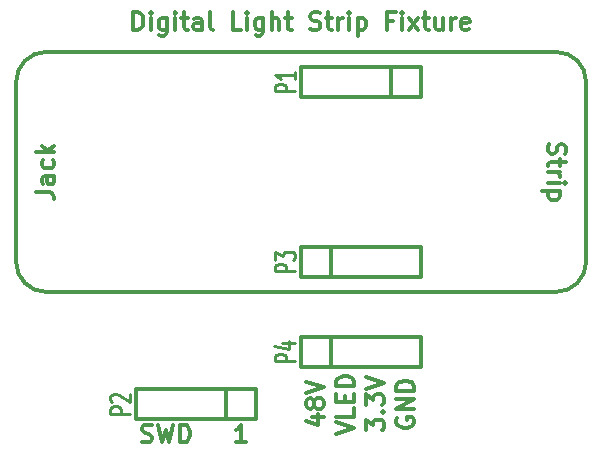
<source format=gto>
G04 (created by PCBNEW (2013-mar-13)-testing) date Mon 02 Feb 2015 05:19:27 PM EST*
%MOIN*%
G04 Gerber Fmt 3.4, Leading zero omitted, Abs format*
%FSLAX34Y34*%
G01*
G70*
G90*
G04 APERTURE LIST*
%ADD10C,0.005906*%
%ADD11C,0.011811*%
%ADD12C,0.012000*%
%ADD13C,0.010700*%
G04 APERTURE END LIST*
G54D10*
G54D11*
X68760Y-36071D02*
X68732Y-36156D01*
X68732Y-36296D01*
X68760Y-36353D01*
X68789Y-36381D01*
X68845Y-36409D01*
X68901Y-36409D01*
X68957Y-36381D01*
X68985Y-36353D01*
X69014Y-36296D01*
X69042Y-36184D01*
X69070Y-36128D01*
X69098Y-36100D01*
X69154Y-36071D01*
X69210Y-36071D01*
X69267Y-36100D01*
X69295Y-36128D01*
X69323Y-36184D01*
X69323Y-36325D01*
X69295Y-36409D01*
X69126Y-36578D02*
X69126Y-36803D01*
X69323Y-36662D02*
X68817Y-36662D01*
X68760Y-36690D01*
X68732Y-36746D01*
X68732Y-36803D01*
X68732Y-37000D02*
X69126Y-37000D01*
X69014Y-37000D02*
X69070Y-37028D01*
X69098Y-37056D01*
X69126Y-37112D01*
X69126Y-37168D01*
X68732Y-37365D02*
X69126Y-37365D01*
X69323Y-37365D02*
X69295Y-37337D01*
X69267Y-37365D01*
X69295Y-37393D01*
X69323Y-37365D01*
X69267Y-37365D01*
X69126Y-37646D02*
X68535Y-37646D01*
X69098Y-37646D02*
X69126Y-37703D01*
X69126Y-37815D01*
X69098Y-37871D01*
X69070Y-37899D01*
X69014Y-37928D01*
X68845Y-37928D01*
X68789Y-37899D01*
X68760Y-37871D01*
X68732Y-37815D01*
X68732Y-37703D01*
X68760Y-37646D01*
X54903Y-32267D02*
X54903Y-31676D01*
X55044Y-31676D01*
X55128Y-31704D01*
X55185Y-31760D01*
X55213Y-31817D01*
X55241Y-31929D01*
X55241Y-32014D01*
X55213Y-32126D01*
X55185Y-32182D01*
X55128Y-32239D01*
X55044Y-32267D01*
X54903Y-32267D01*
X55494Y-32267D02*
X55494Y-31873D01*
X55494Y-31676D02*
X55466Y-31704D01*
X55494Y-31732D01*
X55522Y-31704D01*
X55494Y-31676D01*
X55494Y-31732D01*
X56028Y-31873D02*
X56028Y-32351D01*
X56000Y-32407D01*
X55972Y-32435D01*
X55916Y-32464D01*
X55831Y-32464D01*
X55775Y-32435D01*
X56028Y-32239D02*
X55972Y-32267D01*
X55859Y-32267D01*
X55803Y-32239D01*
X55775Y-32210D01*
X55747Y-32154D01*
X55747Y-31985D01*
X55775Y-31929D01*
X55803Y-31901D01*
X55859Y-31873D01*
X55972Y-31873D01*
X56028Y-31901D01*
X56309Y-32267D02*
X56309Y-31873D01*
X56309Y-31676D02*
X56281Y-31704D01*
X56309Y-31732D01*
X56338Y-31704D01*
X56309Y-31676D01*
X56309Y-31732D01*
X56506Y-31873D02*
X56731Y-31873D01*
X56591Y-31676D02*
X56591Y-32182D01*
X56619Y-32239D01*
X56675Y-32267D01*
X56731Y-32267D01*
X57181Y-32267D02*
X57181Y-31957D01*
X57153Y-31901D01*
X57097Y-31873D01*
X56984Y-31873D01*
X56928Y-31901D01*
X57181Y-32239D02*
X57125Y-32267D01*
X56984Y-32267D01*
X56928Y-32239D01*
X56900Y-32182D01*
X56900Y-32126D01*
X56928Y-32070D01*
X56984Y-32042D01*
X57125Y-32042D01*
X57181Y-32014D01*
X57547Y-32267D02*
X57491Y-32239D01*
X57462Y-32182D01*
X57462Y-31676D01*
X58503Y-32267D02*
X58222Y-32267D01*
X58222Y-31676D01*
X58700Y-32267D02*
X58700Y-31873D01*
X58700Y-31676D02*
X58672Y-31704D01*
X58700Y-31732D01*
X58728Y-31704D01*
X58700Y-31676D01*
X58700Y-31732D01*
X59234Y-31873D02*
X59234Y-32351D01*
X59206Y-32407D01*
X59178Y-32435D01*
X59122Y-32464D01*
X59037Y-32464D01*
X58981Y-32435D01*
X59234Y-32239D02*
X59178Y-32267D01*
X59065Y-32267D01*
X59009Y-32239D01*
X58981Y-32210D01*
X58953Y-32154D01*
X58953Y-31985D01*
X58981Y-31929D01*
X59009Y-31901D01*
X59065Y-31873D01*
X59178Y-31873D01*
X59234Y-31901D01*
X59515Y-32267D02*
X59515Y-31676D01*
X59768Y-32267D02*
X59768Y-31957D01*
X59740Y-31901D01*
X59684Y-31873D01*
X59600Y-31873D01*
X59543Y-31901D01*
X59515Y-31929D01*
X59965Y-31873D02*
X60190Y-31873D01*
X60050Y-31676D02*
X60050Y-32182D01*
X60078Y-32239D01*
X60134Y-32267D01*
X60190Y-32267D01*
X60809Y-32239D02*
X60893Y-32267D01*
X61034Y-32267D01*
X61090Y-32239D01*
X61118Y-32210D01*
X61146Y-32154D01*
X61146Y-32098D01*
X61118Y-32042D01*
X61090Y-32014D01*
X61034Y-31985D01*
X60921Y-31957D01*
X60865Y-31929D01*
X60837Y-31901D01*
X60809Y-31845D01*
X60809Y-31789D01*
X60837Y-31732D01*
X60865Y-31704D01*
X60921Y-31676D01*
X61062Y-31676D01*
X61146Y-31704D01*
X61315Y-31873D02*
X61540Y-31873D01*
X61399Y-31676D02*
X61399Y-32182D01*
X61428Y-32239D01*
X61484Y-32267D01*
X61540Y-32267D01*
X61737Y-32267D02*
X61737Y-31873D01*
X61737Y-31985D02*
X61765Y-31929D01*
X61793Y-31901D01*
X61849Y-31873D01*
X61906Y-31873D01*
X62102Y-32267D02*
X62102Y-31873D01*
X62102Y-31676D02*
X62074Y-31704D01*
X62102Y-31732D01*
X62131Y-31704D01*
X62102Y-31676D01*
X62102Y-31732D01*
X62384Y-31873D02*
X62384Y-32464D01*
X62384Y-31901D02*
X62440Y-31873D01*
X62552Y-31873D01*
X62609Y-31901D01*
X62637Y-31929D01*
X62665Y-31985D01*
X62665Y-32154D01*
X62637Y-32210D01*
X62609Y-32239D01*
X62552Y-32267D01*
X62440Y-32267D01*
X62384Y-32239D01*
X63565Y-31957D02*
X63368Y-31957D01*
X63368Y-32267D02*
X63368Y-31676D01*
X63649Y-31676D01*
X63874Y-32267D02*
X63874Y-31873D01*
X63874Y-31676D02*
X63846Y-31704D01*
X63874Y-31732D01*
X63902Y-31704D01*
X63874Y-31676D01*
X63874Y-31732D01*
X64099Y-32267D02*
X64408Y-31873D01*
X64099Y-31873D02*
X64408Y-32267D01*
X64549Y-31873D02*
X64774Y-31873D01*
X64633Y-31676D02*
X64633Y-32182D01*
X64661Y-32239D01*
X64718Y-32267D01*
X64774Y-32267D01*
X65224Y-31873D02*
X65224Y-32267D01*
X64971Y-31873D02*
X64971Y-32182D01*
X64999Y-32239D01*
X65055Y-32267D01*
X65140Y-32267D01*
X65196Y-32239D01*
X65224Y-32210D01*
X65505Y-32267D02*
X65505Y-31873D01*
X65505Y-31985D02*
X65533Y-31929D01*
X65561Y-31901D01*
X65618Y-31873D01*
X65674Y-31873D01*
X66096Y-32239D02*
X66039Y-32267D01*
X65927Y-32267D01*
X65871Y-32239D01*
X65843Y-32182D01*
X65843Y-31957D01*
X65871Y-31901D01*
X65927Y-31873D01*
X66039Y-31873D01*
X66096Y-31901D01*
X66124Y-31957D01*
X66124Y-32014D01*
X65843Y-32070D01*
X51676Y-37674D02*
X52098Y-37674D01*
X52182Y-37703D01*
X52239Y-37759D01*
X52267Y-37843D01*
X52267Y-37899D01*
X52267Y-37140D02*
X51957Y-37140D01*
X51901Y-37168D01*
X51873Y-37224D01*
X51873Y-37337D01*
X51901Y-37393D01*
X52239Y-37140D02*
X52267Y-37196D01*
X52267Y-37337D01*
X52239Y-37393D01*
X52182Y-37421D01*
X52126Y-37421D01*
X52070Y-37393D01*
X52042Y-37337D01*
X52042Y-37196D01*
X52014Y-37140D01*
X52239Y-36606D02*
X52267Y-36662D01*
X52267Y-36775D01*
X52239Y-36831D01*
X52210Y-36859D01*
X52154Y-36887D01*
X51985Y-36887D01*
X51929Y-36859D01*
X51901Y-36831D01*
X51873Y-36775D01*
X51873Y-36662D01*
X51901Y-36606D01*
X52267Y-36353D02*
X51676Y-36353D01*
X52042Y-36296D02*
X52267Y-36128D01*
X51873Y-36128D02*
X52098Y-36353D01*
X63704Y-45199D02*
X63676Y-45256D01*
X63676Y-45340D01*
X63704Y-45424D01*
X63760Y-45481D01*
X63817Y-45509D01*
X63929Y-45537D01*
X64014Y-45537D01*
X64126Y-45509D01*
X64182Y-45481D01*
X64239Y-45424D01*
X64267Y-45340D01*
X64267Y-45284D01*
X64239Y-45199D01*
X64210Y-45171D01*
X64014Y-45171D01*
X64014Y-45284D01*
X64267Y-44918D02*
X63676Y-44918D01*
X64267Y-44581D01*
X63676Y-44581D01*
X64267Y-44300D02*
X63676Y-44300D01*
X63676Y-44159D01*
X63704Y-44075D01*
X63760Y-44018D01*
X63817Y-43990D01*
X63929Y-43962D01*
X64014Y-43962D01*
X64126Y-43990D01*
X64182Y-44018D01*
X64239Y-44075D01*
X64267Y-44159D01*
X64267Y-44300D01*
X62676Y-45621D02*
X62676Y-45256D01*
X62901Y-45453D01*
X62901Y-45368D01*
X62929Y-45312D01*
X62957Y-45284D01*
X63014Y-45256D01*
X63154Y-45256D01*
X63210Y-45284D01*
X63239Y-45312D01*
X63267Y-45368D01*
X63267Y-45537D01*
X63239Y-45593D01*
X63210Y-45621D01*
X63210Y-45003D02*
X63239Y-44974D01*
X63267Y-45003D01*
X63239Y-45031D01*
X63210Y-45003D01*
X63267Y-45003D01*
X62676Y-44778D02*
X62676Y-44412D01*
X62901Y-44609D01*
X62901Y-44525D01*
X62929Y-44468D01*
X62957Y-44440D01*
X63014Y-44412D01*
X63154Y-44412D01*
X63210Y-44440D01*
X63239Y-44468D01*
X63267Y-44525D01*
X63267Y-44693D01*
X63239Y-44750D01*
X63210Y-44778D01*
X62676Y-44243D02*
X63267Y-44046D01*
X62676Y-43850D01*
X61676Y-45748D02*
X62267Y-45551D01*
X61676Y-45354D01*
X62267Y-44876D02*
X62267Y-45157D01*
X61676Y-45157D01*
X61957Y-44679D02*
X61957Y-44482D01*
X62267Y-44398D02*
X62267Y-44679D01*
X61676Y-44679D01*
X61676Y-44398D01*
X62267Y-44145D02*
X61676Y-44145D01*
X61676Y-44004D01*
X61704Y-43920D01*
X61760Y-43864D01*
X61817Y-43836D01*
X61929Y-43807D01*
X62014Y-43807D01*
X62126Y-43836D01*
X62182Y-43864D01*
X62239Y-43920D01*
X62267Y-44004D01*
X62267Y-44145D01*
X60873Y-45171D02*
X61267Y-45171D01*
X60648Y-45312D02*
X61070Y-45453D01*
X61070Y-45087D01*
X60929Y-44778D02*
X60901Y-44834D01*
X60873Y-44862D01*
X60817Y-44890D01*
X60789Y-44890D01*
X60732Y-44862D01*
X60704Y-44834D01*
X60676Y-44778D01*
X60676Y-44665D01*
X60704Y-44609D01*
X60732Y-44581D01*
X60789Y-44553D01*
X60817Y-44553D01*
X60873Y-44581D01*
X60901Y-44609D01*
X60929Y-44665D01*
X60929Y-44778D01*
X60957Y-44834D01*
X60985Y-44862D01*
X61042Y-44890D01*
X61154Y-44890D01*
X61210Y-44862D01*
X61239Y-44834D01*
X61267Y-44778D01*
X61267Y-44665D01*
X61239Y-44609D01*
X61210Y-44581D01*
X61154Y-44553D01*
X61042Y-44553D01*
X60985Y-44581D01*
X60957Y-44609D01*
X60929Y-44665D01*
X60676Y-44384D02*
X61267Y-44187D01*
X60676Y-43990D01*
X55198Y-45989D02*
X55282Y-46017D01*
X55423Y-46017D01*
X55479Y-45989D01*
X55507Y-45960D01*
X55535Y-45904D01*
X55535Y-45848D01*
X55507Y-45792D01*
X55479Y-45764D01*
X55423Y-45735D01*
X55311Y-45707D01*
X55254Y-45679D01*
X55226Y-45651D01*
X55198Y-45595D01*
X55198Y-45539D01*
X55226Y-45482D01*
X55254Y-45454D01*
X55311Y-45426D01*
X55451Y-45426D01*
X55535Y-45454D01*
X55732Y-45426D02*
X55873Y-46017D01*
X55985Y-45595D01*
X56098Y-46017D01*
X56239Y-45426D01*
X56464Y-46017D02*
X56464Y-45426D01*
X56604Y-45426D01*
X56688Y-45454D01*
X56745Y-45510D01*
X56773Y-45567D01*
X56801Y-45679D01*
X56801Y-45764D01*
X56773Y-45876D01*
X56745Y-45932D01*
X56688Y-45989D01*
X56604Y-46017D01*
X56464Y-46017D01*
X58668Y-46017D02*
X58331Y-46017D01*
X58500Y-46017D02*
X58500Y-45426D01*
X58443Y-45510D01*
X58387Y-45567D01*
X58331Y-45595D01*
X70000Y-40000D02*
X70000Y-34000D01*
X52000Y-41000D02*
X69000Y-41000D01*
X51000Y-34000D02*
X51000Y-40000D01*
X51000Y-40000D02*
G75*
G03X52000Y-41000I1000J0D01*
G74*
G01*
X69000Y-41000D02*
G75*
G03X70000Y-40000I0J1000D01*
G74*
G01*
X70000Y-34000D02*
G75*
G03X69000Y-33000I-1000J0D01*
G74*
G01*
X52000Y-33000D02*
X69000Y-33000D01*
X52000Y-33000D02*
G75*
G03X51000Y-34000I0J-1000D01*
G74*
G01*
G54D12*
X60500Y-39500D02*
X60500Y-39500D01*
X60500Y-40500D02*
X60500Y-39500D01*
X60500Y-39500D02*
X60500Y-39500D01*
X60500Y-39500D02*
X64500Y-39500D01*
X64500Y-39500D02*
X64500Y-40500D01*
X64500Y-40500D02*
X60500Y-40500D01*
X61500Y-40500D02*
X61500Y-39500D01*
X64500Y-34500D02*
X64500Y-34500D01*
X64500Y-33500D02*
X64500Y-34500D01*
X64500Y-34500D02*
X64500Y-34500D01*
X64500Y-34500D02*
X60500Y-34500D01*
X60500Y-34500D02*
X60500Y-33500D01*
X60500Y-33500D02*
X64500Y-33500D01*
X63500Y-33500D02*
X63500Y-34500D01*
X59000Y-45250D02*
X59000Y-45250D01*
X59000Y-44250D02*
X59000Y-45250D01*
X59000Y-45250D02*
X59000Y-45250D01*
X59000Y-45250D02*
X55000Y-45250D01*
X55000Y-45250D02*
X55000Y-44250D01*
X55000Y-44250D02*
X59000Y-44250D01*
X58000Y-44250D02*
X58000Y-45250D01*
X60500Y-42500D02*
X60500Y-42500D01*
X60500Y-43500D02*
X60500Y-42500D01*
X60500Y-42500D02*
X60500Y-42500D01*
X60500Y-42500D02*
X64500Y-42500D01*
X64500Y-42500D02*
X64500Y-43500D01*
X64500Y-43500D02*
X60500Y-43500D01*
X61500Y-43500D02*
X61500Y-42500D01*
G54D13*
X60308Y-40315D02*
X59625Y-40315D01*
X59625Y-40152D01*
X59658Y-40112D01*
X59691Y-40091D01*
X59756Y-40071D01*
X59853Y-40071D01*
X59918Y-40091D01*
X59951Y-40112D01*
X59983Y-40152D01*
X59983Y-40315D01*
X59625Y-39928D02*
X59625Y-39663D01*
X59886Y-39806D01*
X59886Y-39745D01*
X59918Y-39704D01*
X59951Y-39684D01*
X60016Y-39663D01*
X60178Y-39663D01*
X60243Y-39684D01*
X60276Y-39704D01*
X60308Y-39745D01*
X60308Y-39867D01*
X60276Y-39908D01*
X60243Y-39928D01*
G54D12*
G54D13*
X60308Y-34315D02*
X59625Y-34315D01*
X59625Y-34152D01*
X59658Y-34112D01*
X59691Y-34091D01*
X59756Y-34071D01*
X59853Y-34071D01*
X59918Y-34091D01*
X59951Y-34112D01*
X59983Y-34152D01*
X59983Y-34315D01*
X60308Y-33663D02*
X60308Y-33908D01*
X60308Y-33786D02*
X59625Y-33786D01*
X59723Y-33826D01*
X59788Y-33867D01*
X59821Y-33908D01*
G54D12*
G54D13*
X54808Y-45065D02*
X54125Y-45065D01*
X54125Y-44902D01*
X54158Y-44862D01*
X54191Y-44841D01*
X54256Y-44821D01*
X54353Y-44821D01*
X54418Y-44841D01*
X54451Y-44862D01*
X54483Y-44902D01*
X54483Y-45065D01*
X54191Y-44658D02*
X54158Y-44637D01*
X54125Y-44597D01*
X54125Y-44495D01*
X54158Y-44454D01*
X54191Y-44434D01*
X54256Y-44413D01*
X54321Y-44413D01*
X54418Y-44434D01*
X54808Y-44678D01*
X54808Y-44413D01*
G54D12*
G54D13*
X60308Y-43315D02*
X59625Y-43315D01*
X59625Y-43152D01*
X59658Y-43112D01*
X59691Y-43091D01*
X59756Y-43071D01*
X59853Y-43071D01*
X59918Y-43091D01*
X59951Y-43112D01*
X59983Y-43152D01*
X59983Y-43315D01*
X59853Y-42704D02*
X60308Y-42704D01*
X59593Y-42806D02*
X60081Y-42908D01*
X60081Y-42643D01*
G54D12*
M02*

</source>
